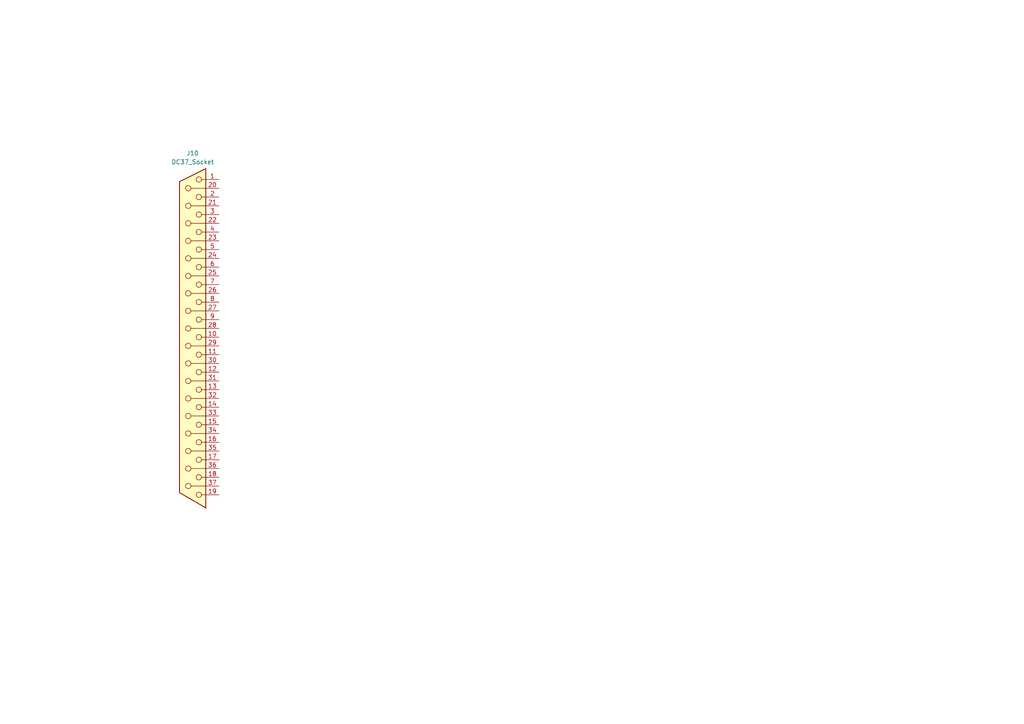
<source format=kicad_sch>
(kicad_sch (version 20250114) (generator "eeschema") (generator_version "9.0")
  (paper "A4")
  (title_block (title "Case Connectors"))
  (lib_symbols
    (symbol "Connector:DC37_Socket" (pin_names (offset 1.016) (hide yes))
      (property "Reference" "J" (at 0 50.165 0))
      (property "Value" "DC37_Socket" (at 0 -50.8 0))
      (symbol "DC37_Socket_0_1"
        (polyline (pts (xy -3.81 45.72) (xy -2.54 45.72)))
        (polyline (pts (xy -3.81 43.18) (xy 0.508 43.18)))
        (polyline (pts (xy -3.81 40.64) (xy -2.54 40.64)))
        (polyline (pts (xy -3.81 38.1) (xy 0.508 38.1)))
        (polyline (pts (xy -3.81 35.56) (xy -2.54 35.56)))
        (polyline (pts (xy -3.81 33.02) (xy 0.508 33.02)))
        (polyline (pts (xy -3.81 30.48) (xy -2.54 30.48)))
        (polyline (pts (xy -3.81 27.94) (xy 0.508 27.94)))
        (polyline (pts (xy -3.81 25.4) (xy -2.54 25.4)))
        (polyline (pts (xy -3.81 22.86) (xy 0.508 22.86)))
        (polyline (pts (xy -3.81 20.32) (xy -2.54 20.32)))
        (polyline (pts (xy -3.81 17.78) (xy 0.508 17.78)))
        (polyline (pts (xy -3.81 15.24) (xy -2.54 15.24)))
        (polyline (pts (xy -3.81 12.7) (xy 0.508 12.7)))
        (polyline (pts (xy -3.81 10.16) (xy -2.54 10.16)))
        (polyline (pts (xy -3.81 7.62) (xy 0.508 7.62)))
        (polyline (pts (xy -3.81 5.08) (xy -2.54 5.08)))
        (polyline (pts (xy -3.81 2.54) (xy 0.508 2.54)))
        (polyline (pts (xy -3.81 0) (xy -2.54 0)))
        (polyline (pts (xy -3.81 -2.54) (xy 0.508 -2.54)))
        (polyline (pts (xy -3.81 -5.08) (xy -2.54 -5.08)))
        (polyline (pts (xy -3.81 -7.62) (xy 0.508 -7.62)))
        (polyline (pts (xy -3.81 -10.16) (xy -2.54 -10.16)))
        (polyline (pts (xy -3.81 -12.7) (xy 0.508 -12.7)))
        (polyline (pts (xy -3.81 -15.24) (xy -2.54 -15.24)))
        (polyline (pts (xy -3.81 -17.78) (xy 0.508 -17.78)))
        (polyline (pts (xy -3.81 -20.32) (xy -2.54 -20.32)))
        (polyline (pts (xy -3.81 -22.86) (xy 0.508 -22.86)))
        (polyline (pts (xy -3.81 -25.4) (xy -2.54 -25.4)))
        (polyline (pts (xy -3.81 -27.94) (xy 0.508 -27.94)))
        (polyline (pts (xy -3.81 -30.48) (xy -2.54 -30.48)))
        (polyline (pts (xy -3.81 -33.02) (xy 0.508 -33.02)))
        (polyline (pts (xy -3.81 -35.56) (xy -2.54 -35.56)))
        (polyline (pts (xy -3.81 -38.1) (xy 0.508 -38.1)))
        (polyline (pts (xy -3.81 -40.64) (xy -2.54 -40.64)))
        (polyline (pts (xy -3.81 -43.18) (xy 0.508 -43.18)))
        (polyline (pts (xy -3.81 -45.72) (xy -2.54 -45.72)))
        (polyline (pts (xy -3.81 -49.53) (xy 3.81 -45.085) (xy 3.81 45.085) (xy -3.81 48.895) (xy -3.81 -49.53)) (stroke (width 0.254)) (fill (type background)))
        (circle (center -1.778 45.72) (radius 0.762))
        (circle (center -1.778 40.64) (radius 0.762))
        (circle (center -1.778 35.56) (radius 0.762))
        (circle (center -1.778 30.48) (radius 0.762))
        (circle (center -1.778 25.4) (radius 0.762))
        (circle (center -1.778 20.32) (radius 0.762))
        (circle (center -1.778 15.24) (radius 0.762))
        (circle (center -1.778 10.16) (radius 0.762))
        (circle (center -1.778 5.08) (radius 0.762))
        (circle (center -1.778 0) (radius 0.762))
        (circle (center -1.778 -5.08) (radius 0.762))
        (circle (center -1.778 -10.16) (radius 0.762))
        (circle (center -1.778 -15.24) (radius 0.762))
        (circle (center -1.778 -20.32) (radius 0.762))
        (circle (center -1.778 -25.4) (radius 0.762))
        (circle (center -1.778 -30.48) (radius 0.762))
        (circle (center -1.778 -35.56) (radius 0.762))
        (circle (center -1.778 -40.64) (radius 0.762))
        (circle (center -1.778 -45.72) (radius 0.762))
        (circle (center 1.27 43.18) (radius 0.762))
        (circle (center 1.27 38.1) (radius 0.762))
        (circle (center 1.27 33.02) (radius 0.762))
        (circle (center 1.27 27.94) (radius 0.762))
        (circle (center 1.27 22.86) (radius 0.762))
        (circle (center 1.27 17.78) (radius 0.762))
        (circle (center 1.27 12.7) (radius 0.762))
        (circle (center 1.27 7.62) (radius 0.762))
        (circle (center 1.27 2.54) (radius 0.762))
        (circle (center 1.27 -2.54) (radius 0.762))
        (circle (center 1.27 -7.62) (radius 0.762))
        (circle (center 1.27 -12.7) (radius 0.762))
        (circle (center 1.27 -17.78) (radius 0.762))
        (circle (center 1.27 -22.86) (radius 0.762))
        (circle (center 1.27 -27.94) (radius 0.762))
        (circle (center 1.27 -33.02) (radius 0.762))
        (circle (center 1.27 -38.1) (radius 0.762))
        (circle (center 1.27 -43.18) (radius 0.762))
      )
      (symbol "DC37_Socket_1_1"
        (pin passive line (at -7.62 45.72 0) (length 3.81) (name "1") (number "1"))
        (pin passive line (at -7.62 43.18 0) (length 3.81) (name "20") (number "20"))
        (pin passive line (at -7.62 40.64 0) (length 3.81) (name "2") (number "2"))
        (pin passive line (at -7.62 38.1 0) (length 3.81) (name "21") (number "21"))
        (pin passive line (at -7.62 35.56 0) (length 3.81) (name "3") (number "3"))
        (pin passive line (at -7.62 33.02 0) (length 3.81) (name "22") (number "22"))
        (pin passive line (at -7.62 30.48 0) (length 3.81) (name "4") (number "4"))
        (pin passive line (at -7.62 27.94 0) (length 3.81) (name "23") (number "23"))
        (pin passive line (at -7.62 25.4 0) (length 3.81) (name "5") (number "5"))
        (pin passive line (at -7.62 22.86 0) (length 3.81) (name "24") (number "24"))
        (pin passive line (at -7.62 20.32 0) (length 3.81) (name "6") (number "6"))
        (pin passive line (at -7.62 17.78 0) (length 3.81) (name "25") (number "25"))
        (pin passive line (at -7.62 15.24 0) (length 3.81) (name "7") (number "7"))
        (pin passive line (at -7.62 12.7 0) (length 3.81) (name "26") (number "26"))
        (pin passive line (at -7.62 10.16 0) (length 3.81) (name "8") (number "8"))
        (pin passive line (at -7.62 7.62 0) (length 3.81) (name "27") (number "27"))
        (pin passive line (at -7.62 5.08 0) (length 3.81) (name "9") (number "9"))
        (pin passive line (at -7.62 2.54 0) (length 3.81) (name "28") (number "28"))
        (pin passive line (at -7.62 0 0) (length 3.81) (name "10") (number "10"))
        (pin passive line (at -7.62 -2.54 0) (length 3.81) (name "29") (number "29"))
        (pin passive line (at -7.62 -5.08 0) (length 3.81) (name "11") (number "11"))
        (pin passive line (at -7.62 -7.62 0) (length 3.81) (name "30") (number "30"))
        (pin passive line (at -7.62 -10.16 0) (length 3.81) (name "12") (number "12"))
        (pin passive line (at -7.62 -12.7 0) (length 3.81) (name "31") (number "31"))
        (pin passive line (at -7.62 -15.24 0) (length 3.81) (name "13") (number "13"))
        (pin passive line (at -7.62 -17.78 0) (length 3.81) (name "32") (number "32"))
        (pin passive line (at -7.62 -20.32 0) (length 3.81) (name "14") (number "14"))
        (pin passive line (at -7.62 -22.86 0) (length 3.81) (name "33") (number "33"))
        (pin passive line (at -7.62 -25.4 0) (length 3.81) (name "15") (number "15"))
        (pin passive line (at -7.62 -27.94 0) (length 3.81) (name "34") (number "34"))
        (pin passive line (at -7.62 -30.48 0) (length 3.81) (name "16") (number "16"))
        (pin passive line (at -7.62 -33.02 0) (length 3.81) (name "35") (number "35"))
        (pin passive line (at -7.62 -35.56 0) (length 3.81) (name "17") (number "17"))
        (pin passive line (at -7.62 -38.1 0) (length 3.81) (name "36") (number "36"))
        (pin passive line (at -7.62 -40.64 0) (length 3.81) (name "18") (number "18"))
        (pin passive line (at -7.62 -43.18 0) (length 3.81) (name "37") (number "37"))
        (pin passive line (at -7.62 -45.72 0) (length 3.81) (name "19") (number "19"))
      )
    )
  )
  (symbol (lib_id "Connector:DC37_Socket") (at 55.88 97.79 0) (mirror y) (unit 1)
    (property "Reference" "J10" (at 55.88 44.45 0))
    (property "Value" "DC37_Socket" (at 55.88 46.99 0))
    (property "Description" "37-pin D-SUB connector, socket (female)" (effects (hide yes)))
  )
)
</source>
